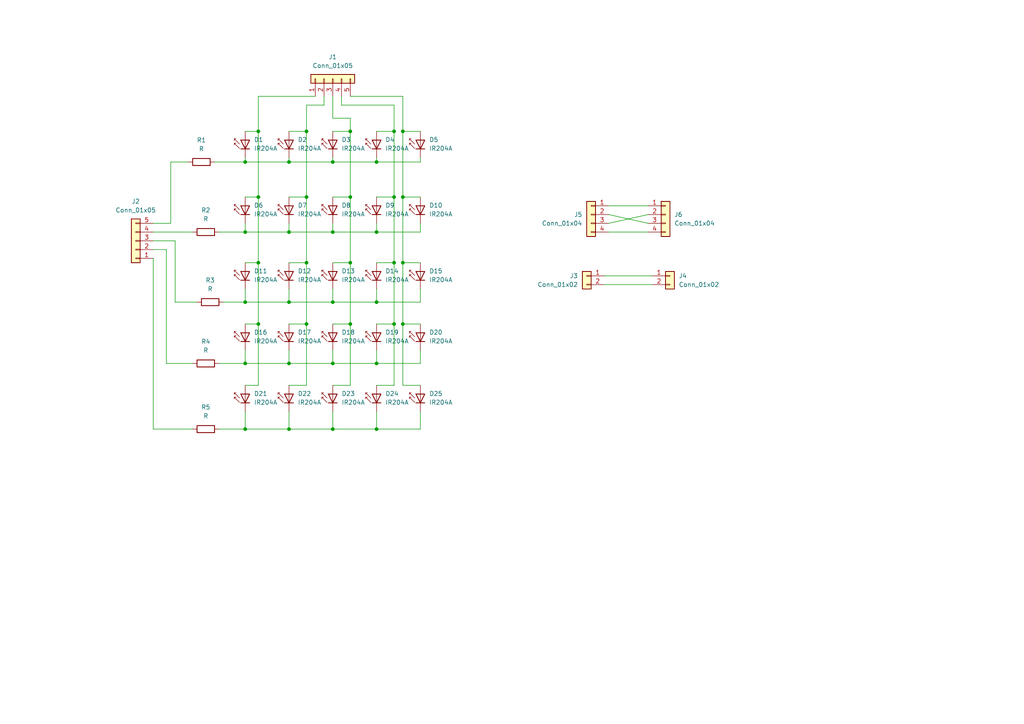
<source format=kicad_sch>
(kicad_sch (version 20231120) (generator "eeschema") (generator_version "8.0")
  (paper "A4")
  (lib_symbols
    (symbol "Connector_Generic:Conn_01x02" (pin_names (offset 1.016) hide)
      (property "Reference" "J" (at 0 2.54 0))
      (property "Value" "Conn_01x02" (at 0 -5.08 0))
      (symbol "Conn_01x02_1_1"
        (rectangle (start -1.27 -2.413) (end 0 -2.667) (stroke (width 0.1524)))
        (rectangle (start -1.27 0.127) (end 0 -0.127) (stroke (width 0.1524)))
        (rectangle (start -1.27 1.27) (end 1.27 -3.81) (stroke (width 0.254)) (fill (type background)))
        (pin passive line (at -5.08 0 0) (length 3.81) (name "Pin_1") (number "1"))
        (pin passive line (at -5.08 -2.54 0) (length 3.81) (name "Pin_2") (number "2"))
      )
    )
    (symbol "Connector_Generic:Conn_01x04" (pin_names (offset 1.016) hide)
      (property "Reference" "J" (at 0 5.08 0))
      (property "Value" "Conn_01x04" (at 0 -7.62 0))
      (symbol "Conn_01x04_1_1"
        (rectangle (start -1.27 -4.953) (end 0 -5.207) (stroke (width 0.1524)))
        (rectangle (start -1.27 -2.413) (end 0 -2.667) (stroke (width 0.1524)))
        (rectangle (start -1.27 0.127) (end 0 -0.127) (stroke (width 0.1524)))
        (rectangle (start -1.27 2.667) (end 0 2.413) (stroke (width 0.1524)))
        (rectangle (start -1.27 3.81) (end 1.27 -6.35) (stroke (width 0.254)) (fill (type background)))
        (pin passive line (at -5.08 2.54 0) (length 3.81) (name "Pin_1") (number "1"))
        (pin passive line (at -5.08 0 0) (length 3.81) (name "Pin_2") (number "2"))
        (pin passive line (at -5.08 -2.54 0) (length 3.81) (name "Pin_3") (number "3"))
        (pin passive line (at -5.08 -5.08 0) (length 3.81) (name "Pin_4") (number "4"))
      )
    )
    (symbol "Connector_Generic:Conn_01x05" (pin_names (offset 1.016) hide)
      (property "Reference" "J" (at 0 7.62 0))
      (property "Value" "Conn_01x05" (at 0 -7.62 0))
      (symbol "Conn_01x05_1_1"
        (rectangle (start -1.27 -4.953) (end 0 -5.207) (stroke (width 0.1524)))
        (rectangle (start -1.27 -2.413) (end 0 -2.667) (stroke (width 0.1524)))
        (rectangle (start -1.27 0.127) (end 0 -0.127) (stroke (width 0.1524)))
        (rectangle (start -1.27 2.667) (end 0 2.413) (stroke (width 0.1524)))
        (rectangle (start -1.27 5.207) (end 0 4.953) (stroke (width 0.1524)))
        (rectangle (start -1.27 6.35) (end 1.27 -6.35) (stroke (width 0.254)) (fill (type background)))
        (pin passive line (at -5.08 5.08 0) (length 3.81) (name "Pin_1") (number "1"))
        (pin passive line (at -5.08 2.54 0) (length 3.81) (name "Pin_2") (number "2"))
        (pin passive line (at -5.08 0 0) (length 3.81) (name "Pin_3") (number "3"))
        (pin passive line (at -5.08 -2.54 0) (length 3.81) (name "Pin_4") (number "4"))
        (pin passive line (at -5.08 -5.08 0) (length 3.81) (name "Pin_5") (number "5"))
      )
    )
    (symbol "Device:R" (pin_numbers hide) (pin_names (offset 0))
      (property "Reference" "R" (at 2.032 0 90))
      (property "Value" "R" (at 0 0 90))
      (symbol "R_0_1"
        (rectangle (start -1.016 -2.54) (end 1.016 2.54) (stroke (width 0.254)))
      )
      (symbol "R_1_1"
        (pin passive line (at 0 3.81 270) (length 1.27) (name "~") (number "1"))
        (pin passive line (at 0 -3.81 90) (length 1.27) (name "~") (number "2"))
      )
    )
    (symbol "LED:IR204A" (pin_numbers hide) (pin_names (offset 1.016) hide)
      (property "Reference" "D" (at 0.508 1.778 0))
      (property "Value" "IR204A" (at -1.016 -2.794 0))
      (symbol "IR204A_0_1"
        (polyline (pts (xy -2.54 1.27) (xy -2.54 -1.27)) (stroke (width 0.254)))
        (polyline (pts (xy 0 0) (xy -2.54 0)))
        (polyline (pts (xy 0.381 3.175) (xy -0.127 3.175)))
        (polyline (pts (xy -1.143 1.651) (xy 0.381 3.175) (xy 0.381 2.667)))
        (polyline (pts (xy 0 1.27) (xy -2.54 0) (xy 0 -1.27) (xy 0 1.27)) (stroke (width 0.254)))
        (polyline (pts (xy -2.413 1.651) (xy -0.889 3.175) (xy -0.889 2.667) (xy -0.889 3.175) (xy -1.397 3.175)))
      )
      (symbol "IR204A_1_1"
        (pin passive line (at -5.08 0 0) (length 2.54) (name "K") (number "1"))
        (pin passive line (at 2.54 0 180) (length 2.54) (name "A") (number "2"))
      )
    )
  )
  (junction (at 71.12 46.99))
  (junction (at 74.93 38.1))
  (junction (at 96.52 105.41))
  (junction (at 116.84 57.15))
  (junction (at 101.6 93.98))
  (junction (at 83.82 124.46))
  (junction (at 114.3 38.1))
  (junction (at 96.52 87.63))
  (junction (at 83.82 67.31))
  (junction (at 109.22 105.41))
  (junction (at 88.9 38.1))
  (junction (at 88.9 76.2))
  (junction (at 96.52 124.46))
  (junction (at 109.22 124.46))
  (junction (at 116.84 76.2))
  (junction (at 74.93 93.98))
  (junction (at 109.22 46.99))
  (junction (at 88.9 57.15))
  (junction (at 71.12 105.41))
  (junction (at 109.22 67.31))
  (junction (at 88.9 93.98))
  (junction (at 71.12 87.63))
  (junction (at 83.82 105.41))
  (junction (at 71.12 124.46))
  (junction (at 116.84 93.98))
  (junction (at 114.3 57.15))
  (junction (at 74.93 57.15))
  (junction (at 116.84 38.1))
  (junction (at 74.93 76.2))
  (junction (at 96.52 67.31))
  (junction (at 109.22 87.63))
  (junction (at 101.6 76.2))
  (junction (at 83.82 87.63))
  (junction (at 101.6 57.15))
  (junction (at 114.3 76.2))
  (junction (at 96.52 46.99))
  (junction (at 71.12 67.31))
  (junction (at 83.82 46.99))
  (junction (at 114.3 93.98))
  (junction (at 101.6 38.1))
  (wire (pts (xy 114.3 30.48) (xy 114.3 38.1)))
  (wire (pts (xy 96.52 119.38) (xy 96.52 124.46)))
  (wire (pts (xy 71.12 101.6) (xy 71.12 105.41)))
  (wire (pts (xy 114.3 38.1) (xy 114.3 57.15)))
  (wire (pts (xy 109.22 45.72) (xy 109.22 46.99)))
  (wire (pts (xy 71.12 87.63) (xy 83.82 87.63)))
  (wire (pts (xy 44.45 69.85) (xy 50.8 69.85)))
  (wire (pts (xy 71.12 105.41) (xy 83.82 105.41)))
  (wire (pts (xy 114.3 76.2) (xy 114.3 93.98)))
  (wire (pts (xy 64.77 87.63) (xy 71.12 87.63)))
  (wire (pts (xy 71.12 83.82) (xy 71.12 87.63)))
  (wire (pts (xy 83.82 46.99) (xy 96.52 46.99)))
  (wire (pts (xy 74.93 57.15) (xy 74.93 76.2)))
  (wire (pts (xy 109.22 111.76) (xy 114.3 111.76)))
  (wire (pts (xy 71.12 67.31) (xy 83.82 67.31)))
  (wire (pts (xy 48.26 72.39) (xy 48.26 105.41)))
  (wire (pts (xy 63.5 124.46) (xy 71.12 124.46)))
  (wire (pts (xy 88.9 111.76) (xy 83.82 111.76)))
  (wire (pts (xy 114.3 93.98) (xy 114.3 111.76)))
  (wire (pts (xy 83.82 124.46) (xy 96.52 124.46)))
  (wire (pts (xy 116.84 38.1) (xy 116.84 57.15)))
  (wire (pts (xy 109.22 38.1) (xy 114.3 38.1)))
  (wire (pts (xy 109.22 87.63) (xy 121.92 87.63)))
  (wire (pts (xy 96.52 87.63) (xy 109.22 87.63)))
  (wire (pts (xy 71.12 124.46) (xy 83.82 124.46)))
  (wire (pts (xy 50.8 87.63) (xy 57.15 87.63)))
  (wire (pts (xy 121.92 64.77) (xy 121.92 67.31)))
  (wire (pts (xy 88.9 57.15) (xy 88.9 76.2)))
  (wire (pts (xy 88.9 30.48) (xy 88.9 38.1)))
  (wire (pts (xy 96.52 46.99) (xy 109.22 46.99)))
  (wire (pts (xy 96.52 67.31) (xy 109.22 67.31)))
  (wire (pts (xy 101.6 111.76) (xy 96.52 111.76)))
  (wire (pts (xy 74.93 93.98) (xy 74.93 111.76)))
  (wire (pts (xy 74.93 38.1) (xy 74.93 57.15)))
  (wire (pts (xy 83.82 57.15) (xy 88.9 57.15)))
  (wire (pts (xy 44.45 67.31) (xy 55.88 67.31)))
  (wire (pts (xy 109.22 105.41) (xy 121.92 105.41)))
  (wire (pts (xy 101.6 27.94) (xy 116.84 27.94)))
  (wire (pts (xy 121.92 83.82) (xy 121.92 87.63)))
  (wire (pts (xy 176.53 59.69) (xy 187.96 59.69)))
  (wire (pts (xy 116.84 76.2) (xy 121.92 76.2)))
  (wire (pts (xy 83.82 38.1) (xy 88.9 38.1)))
  (wire (pts (xy 88.9 76.2) (xy 88.9 93.98)))
  (wire (pts (xy 83.82 64.77) (xy 83.82 67.31)))
  (wire (pts (xy 101.6 34.29) (xy 101.6 38.1)))
  (wire (pts (xy 99.06 27.94) (xy 99.06 30.48)))
  (wire (pts (xy 109.22 67.31) (xy 121.92 67.31)))
  (wire (pts (xy 83.82 119.38) (xy 83.82 124.46)))
  (wire (pts (xy 96.52 45.72) (xy 96.52 46.99)))
  (wire (pts (xy 83.82 76.2) (xy 88.9 76.2)))
  (wire (pts (xy 71.12 64.77) (xy 71.12 67.31)))
  (wire (pts (xy 96.52 57.15) (xy 101.6 57.15)))
  (wire (pts (xy 116.84 76.2) (xy 116.84 93.98)))
  (wire (pts (xy 109.22 64.77) (xy 109.22 67.31)))
  (wire (pts (xy 96.52 38.1) (xy 101.6 38.1)))
  (wire (pts (xy 44.45 64.77) (xy 49.53 64.77)))
  (wire (pts (xy 101.6 38.1) (xy 101.6 57.15)))
  (wire (pts (xy 175.26 82.55) (xy 189.23 82.55)))
  (wire (pts (xy 96.52 93.98) (xy 101.6 93.98)))
  (wire (pts (xy 83.82 105.41) (xy 96.52 105.41)))
  (wire (pts (xy 71.12 38.1) (xy 74.93 38.1)))
  (wire (pts (xy 83.82 45.72) (xy 83.82 46.99)))
  (wire (pts (xy 91.44 27.94) (xy 74.93 27.94)))
  (wire (pts (xy 44.45 72.39) (xy 48.26 72.39)))
  (wire (pts (xy 116.84 93.98) (xy 116.84 111.76)))
  (wire (pts (xy 101.6 57.15) (xy 101.6 76.2)))
  (wire (pts (xy 96.52 34.29) (xy 101.6 34.29)))
  (wire (pts (xy 99.06 30.48) (xy 114.3 30.48)))
  (wire (pts (xy 116.84 57.15) (xy 121.92 57.15)))
  (wire (pts (xy 121.92 119.38) (xy 121.92 124.46)))
  (wire (pts (xy 48.26 105.41) (xy 55.88 105.41)))
  (wire (pts (xy 114.3 57.15) (xy 114.3 76.2)))
  (wire (pts (xy 109.22 93.98) (xy 114.3 93.98)))
  (wire (pts (xy 109.22 76.2) (xy 114.3 76.2)))
  (wire (pts (xy 83.82 101.6) (xy 83.82 105.41)))
  (wire (pts (xy 175.26 80.01) (xy 189.23 80.01)))
  (wire (pts (xy 71.12 45.72) (xy 71.12 46.99)))
  (wire (pts (xy 71.12 93.98) (xy 74.93 93.98)))
  (wire (pts (xy 93.98 30.48) (xy 88.9 30.48)))
  (wire (pts (xy 96.52 101.6) (xy 96.52 105.41)))
  (wire (pts (xy 83.82 93.98) (xy 88.9 93.98)))
  (wire (pts (xy 109.22 124.46) (xy 121.92 124.46)))
  (wire (pts (xy 96.52 27.94) (xy 96.52 34.29)))
  (wire (pts (xy 96.52 83.82) (xy 96.52 87.63)))
  (wire (pts (xy 74.93 27.94) (xy 74.93 38.1)))
  (wire (pts (xy 88.9 38.1) (xy 88.9 57.15)))
  (wire (pts (xy 83.82 87.63) (xy 96.52 87.63)))
  (wire (pts (xy 96.52 124.46) (xy 109.22 124.46)))
  (wire (pts (xy 176.53 67.31) (xy 187.96 67.31)))
  (wire (pts (xy 116.84 38.1) (xy 121.92 38.1)))
  (wire (pts (xy 101.6 93.98) (xy 101.6 111.76)))
  (wire (pts (xy 63.5 67.31) (xy 71.12 67.31)))
  (wire (pts (xy 116.84 93.98) (xy 121.92 93.98)))
  (wire (pts (xy 121.92 45.72) (xy 121.92 46.99)))
  (wire (pts (xy 93.98 27.94) (xy 93.98 30.48)))
  (wire (pts (xy 83.82 83.82) (xy 83.82 87.63)))
  (wire (pts (xy 44.45 74.93) (xy 44.45 124.46)))
  (wire (pts (xy 71.12 76.2) (xy 74.93 76.2)))
  (wire (pts (xy 71.12 57.15) (xy 74.93 57.15)))
  (wire (pts (xy 109.22 101.6) (xy 109.22 105.41)))
  (wire (pts (xy 116.84 111.76) (xy 121.92 111.76)))
  (wire (pts (xy 50.8 69.85) (xy 50.8 87.63)))
  (wire (pts (xy 49.53 46.99) (xy 54.61 46.99)))
  (wire (pts (xy 44.45 124.46) (xy 55.88 124.46)))
  (wire (pts (xy 116.84 57.15) (xy 116.84 76.2)))
  (wire (pts (xy 109.22 46.99) (xy 121.92 46.99)))
  (wire (pts (xy 96.52 76.2) (xy 101.6 76.2)))
  (wire (pts (xy 96.52 105.41) (xy 109.22 105.41)))
  (wire (pts (xy 83.82 67.31) (xy 96.52 67.31)))
  (wire (pts (xy 101.6 76.2) (xy 101.6 93.98)))
  (wire (pts (xy 109.22 57.15) (xy 114.3 57.15)))
  (wire (pts (xy 63.5 105.41) (xy 71.12 105.41)))
  (wire (pts (xy 62.23 46.99) (xy 71.12 46.99)))
  (wire (pts (xy 109.22 83.82) (xy 109.22 87.63)))
  (wire (pts (xy 71.12 119.38) (xy 71.12 124.46)))
  (wire (pts (xy 109.22 119.38) (xy 109.22 124.46)))
  (wire (pts (xy 116.84 27.94) (xy 116.84 38.1)))
  (wire (pts (xy 71.12 46.99) (xy 83.82 46.99)))
  (wire (pts (xy 176.53 64.77) (xy 187.96 62.23)))
  (wire (pts (xy 96.52 64.77) (xy 96.52 67.31)))
  (wire (pts (xy 49.53 64.77) (xy 49.53 46.99)))
  (wire (pts (xy 74.93 111.76) (xy 71.12 111.76)))
  (wire (pts (xy 121.92 101.6) (xy 121.92 105.41)))
  (wire (pts (xy 176.53 62.23) (xy 187.96 64.77)))
  (wire (pts (xy 74.93 76.2) (xy 74.93 93.98)))
  (wire (pts (xy 88.9 93.98) (xy 88.9 111.76)))
  (symbol (lib_id "LED:IR204A") (at 83.82 78.74 90) (unit 1)
    (property "Reference" "D12" (at 86.36 78.6129 90) (effects (justify right)))
    (property "Value" "IR204A" (at 86.36 81.1529 90) (effects (justify right)))
    (property "Footprint" "LED_THT:LED_D3.0mm_IRBlack" (effects (hide yes)))
    (property "Datasheet" "http://www.everlight.com/file/ProductFile/IR204-A.pdf" (effects (hide yes)))
    (property "Description" "Infrared LED , 3mm LED package" (effects (hide yes)))
  )
  (symbol (lib_id "LED:IR204A") (at 121.92 114.3 90) (unit 1)
    (property "Reference" "D25" (at 124.46 114.1729 90) (effects (justify right)))
    (property "Value" "IR204A" (at 124.46 116.7129 90) (effects (justify right)))
    (property "Footprint" "LED_THT:LED_D3.0mm_IRBlack" (effects (hide yes)))
    (property "Datasheet" "http://www.everlight.com/file/ProductFile/IR204-A.pdf" (effects (hide yes)))
    (property "Description" "Infrared LED , 3mm LED package" (effects (hide yes)))
  )
  (symbol (lib_id "LED:IR204A") (at 71.12 59.69 90) (unit 1)
    (property "Reference" "D6" (at 73.66 59.5629 90) (effects (justify right)))
    (property "Value" "IR204A" (at 73.66 62.1029 90) (effects (justify right)))
    (property "Footprint" "LED_THT:LED_D3.0mm_IRBlack" (effects (hide yes)))
    (property "Datasheet" "http://www.everlight.com/file/ProductFile/IR204-A.pdf" (effects (hide yes)))
    (property "Description" "Infrared LED , 3mm LED package" (effects (hide yes)))
  )
  (symbol (lib_id "Connector_Generic:Conn_01x05") (at 39.37 69.85 180) (unit 1)
    (property "Reference" "J2" (at 39.37 58.42 0))
    (property "Value" "Conn_01x05" (at 39.37 60.96 0))
    (property "Footprint" "Connector_PinHeader_2.54mm:PinHeader_1x05_P2.54mm_Vertical" (effects (hide yes)))
    (property "Description" "Generic connector, single row, 01x05, script generated (kicad-library-utils/schlib/autogen/connector/)" (effects (hide yes)))
  )
  (symbol (lib_id "LED:IR204A") (at 121.92 96.52 90) (unit 1)
    (property "Reference" "D20" (at 124.46 96.3929 90) (effects (justify right)))
    (property "Value" "IR204A" (at 124.46 98.9329 90) (effects (justify right)))
    (property "Footprint" "LED_THT:LED_D3.0mm_IRBlack" (effects (hide yes)))
    (property "Datasheet" "http://www.everlight.com/file/ProductFile/IR204-A.pdf" (effects (hide yes)))
    (property "Description" "Infrared LED , 3mm LED package" (effects (hide yes)))
  )
  (symbol (lib_id "LED:IR204A") (at 71.12 114.3 90) (unit 1)
    (property "Reference" "D21" (at 73.66 114.1729 90) (effects (justify right)))
    (property "Value" "IR204A" (at 73.66 116.7129 90) (effects (justify right)))
    (property "Footprint" "LED_THT:LED_D3.0mm_IRBlack" (effects (hide yes)))
    (property "Datasheet" "http://www.everlight.com/file/ProductFile/IR204-A.pdf" (effects (hide yes)))
    (property "Description" "Infrared LED , 3mm LED package" (effects (hide yes)))
  )
  (symbol (lib_id "Connector_Generic:Conn_01x04") (at 193.04 62.23 0) (unit 1)
    (property "Reference" "J6" (at 195.58 62.2299 0) (effects (justify left)))
    (property "Value" "Conn_01x04" (at 195.58 64.7699 0) (effects (justify left)))
    (property "Footprint" "Connector_JST:JST_GH_BM04B-GHS-TBT_1x04-1MP_P1.25mm_Vertical" (effects (hide yes)))
    (property "Description" "Generic connector, single row, 01x04, script generated (kicad-library-utils/schlib/autogen/connector/)" (effects (hide yes)))
  )
  (symbol (lib_id "LED:IR204A") (at 83.82 59.69 90) (unit 1)
    (property "Reference" "D7" (at 86.36 59.5629 90) (effects (justify right)))
    (property "Value" "IR204A" (at 86.36 62.1029 90) (effects (justify right)))
    (property "Footprint" "LED_THT:LED_D3.0mm_IRBlack" (effects (hide yes)))
    (property "Datasheet" "http://www.everlight.com/file/ProductFile/IR204-A.pdf" (effects (hide yes)))
    (property "Description" "Infrared LED , 3mm LED package" (effects (hide yes)))
  )
  (symbol (lib_id "LED:IR204A") (at 96.52 59.69 90) (unit 1)
    (property "Reference" "D8" (at 99.06 59.5629 90) (effects (justify right)))
    (property "Value" "IR204A" (at 99.06 62.1029 90) (effects (justify right)))
    (property "Footprint" "LED_THT:LED_D3.0mm_IRBlack" (effects (hide yes)))
    (property "Datasheet" "http://www.everlight.com/file/ProductFile/IR204-A.pdf" (effects (hide yes)))
    (property "Description" "Infrared LED , 3mm LED package" (effects (hide yes)))
  )
  (symbol (lib_id "Connector_Generic:Conn_01x04") (at 171.45 62.23 0) (mirror y) (unit 1)
    (property "Reference" "J5" (at 168.91 62.2299 0) (effects (justify left)))
    (property "Value" "Conn_01x04" (at 168.91 64.7699 0) (effects (justify left)))
    (property "Footprint" "Connector_JST:JST_GH_BM04B-GHS-TBT_1x04-1MP_P1.25mm_Vertical" (effects (hide yes)))
    (property "Description" "Generic connector, single row, 01x04, script generated (kicad-library-utils/schlib/autogen/connector/)" (effects (hide yes)))
  )
  (symbol (lib_id "Connector_Generic:Conn_01x02") (at 194.31 80.01 0) (unit 1)
    (property "Reference" "J4" (at 196.85 80.0099 0) (effects (justify left)))
    (property "Value" "Conn_01x02" (at 196.85 82.5499 0) (effects (justify left)))
    (property "Footprint" "Connector_JST:JST_GH_BM02B-GHS-TBT_1x02-1MP_P1.25mm_Vertical" (effects (hide yes)))
    (property "Description" "Generic connector, single row, 01x02, script generated (kicad-library-utils/schlib/autogen/connector/)" (effects (hide yes)))
  )
  (symbol (lib_id "LED:IR204A") (at 96.52 114.3 90) (unit 1)
    (property "Reference" "D23" (at 99.06 114.1729 90) (effects (justify right)))
    (property "Value" "IR204A" (at 99.06 116.7129 90) (effects (justify right)))
    (property "Footprint" "LED_THT:LED_D3.0mm_IRBlack" (effects (hide yes)))
    (property "Datasheet" "http://www.everlight.com/file/ProductFile/IR204-A.pdf" (effects (hide yes)))
    (property "Description" "Infrared LED , 3mm LED package" (effects (hide yes)))
  )
  (symbol (lib_id "LED:IR204A") (at 109.22 40.64 90) (unit 1)
    (property "Reference" "D4" (at 111.76 40.5129 90) (effects (justify right)))
    (property "Value" "IR204A" (at 111.76 43.0529 90) (effects (justify right)))
    (property "Footprint" "LED_THT:LED_D3.0mm_IRBlack" (effects (hide yes)))
    (property "Datasheet" "http://www.everlight.com/file/ProductFile/IR204-A.pdf" (effects (hide yes)))
    (property "Description" "Infrared LED , 3mm LED package" (effects (hide yes)))
  )
  (symbol (lib_id "LED:IR204A") (at 71.12 96.52 90) (unit 1)
    (property "Reference" "D16" (at 73.66 96.3929 90) (effects (justify right)))
    (property "Value" "IR204A" (at 73.66 98.9329 90) (effects (justify right)))
    (property "Footprint" "LED_THT:LED_D3.0mm_IRBlack" (effects (hide yes)))
    (property "Datasheet" "http://www.everlight.com/file/ProductFile/IR204-A.pdf" (effects (hide yes)))
    (property "Description" "Infrared LED , 3mm LED package" (effects (hide yes)))
  )
  (symbol (lib_id "Device:R") (at 60.96 87.63 90) (unit 1)
    (property "Reference" "R3" (at 60.96 81.28 90))
    (property "Value" "R" (at 60.96 83.82 90))
    (property "Footprint" "Resistor_THT:R_Axial_DIN0207_L6.3mm_D2.5mm_P7.62mm_Horizontal" (effects (hide yes)))
    (property "Description" "Resistor" (effects (hide yes)))
  )
  (symbol (lib_id "LED:IR204A") (at 83.82 40.64 90) (unit 1)
    (property "Reference" "D2" (at 86.36 40.5129 90) (effects (justify right)))
    (property "Value" "IR204A" (at 86.36 43.0529 90) (effects (justify right)))
    (property "Footprint" "LED_THT:LED_D3.0mm_IRBlack" (effects (hide yes)))
    (property "Datasheet" "http://www.everlight.com/file/ProductFile/IR204-A.pdf" (effects (hide yes)))
    (property "Description" "Infrared LED , 3mm LED package" (effects (hide yes)))
  )
  (symbol (lib_id "LED:IR204A") (at 109.22 96.52 90) (unit 1)
    (property "Reference" "D19" (at 111.76 96.3929 90) (effects (justify right)))
    (property "Value" "IR204A" (at 111.76 98.9329 90) (effects (justify right)))
    (property "Footprint" "LED_THT:LED_D3.0mm_IRBlack" (effects (hide yes)))
    (property "Datasheet" "http://www.everlight.com/file/ProductFile/IR204-A.pdf" (effects (hide yes)))
    (property "Description" "Infrared LED , 3mm LED package" (effects (hide yes)))
  )
  (symbol (lib_id "LED:IR204A") (at 109.22 78.74 90) (unit 1)
    (property "Reference" "D14" (at 111.76 78.6129 90) (effects (justify right)))
    (property "Value" "IR204A" (at 111.76 81.1529 90) (effects (justify right)))
    (property "Footprint" "LED_THT:LED_D3.0mm_IRBlack" (effects (hide yes)))
    (property "Datasheet" "http://www.everlight.com/file/ProductFile/IR204-A.pdf" (effects (hide yes)))
    (property "Description" "Infrared LED , 3mm LED package" (effects (hide yes)))
  )
  (symbol (lib_id "Connector_Generic:Conn_01x05") (at 96.52 22.86 90) (unit 1)
    (property "Reference" "J1" (at 96.52 16.51 90))
    (property "Value" "Conn_01x05" (at 96.52 19.05 90))
    (property "Footprint" "Connector_PinHeader_2.54mm:PinHeader_1x05_P2.54mm_Vertical" (effects (hide yes)))
    (property "Description" "Generic connector, single row, 01x05, script generated (kicad-library-utils/schlib/autogen/connector/)" (effects (hide yes)))
  )
  (symbol (lib_id "LED:IR204A") (at 96.52 40.64 90) (unit 1)
    (property "Reference" "D3" (at 99.06 40.5129 90) (effects (justify right)))
    (property "Value" "IR204A" (at 99.06 43.0529 90) (effects (justify right)))
    (property "Footprint" "LED_THT:LED_D3.0mm_IRBlack" (effects (hide yes)))
    (property "Datasheet" "http://www.everlight.com/file/ProductFile/IR204-A.pdf" (effects (hide yes)))
    (property "Description" "Infrared LED , 3mm LED package" (effects (hide yes)))
  )
  (symbol (lib_id "LED:IR204A") (at 121.92 78.74 90) (unit 1)
    (property "Reference" "D15" (at 124.46 78.6129 90) (effects (justify right)))
    (property "Value" "IR204A" (at 124.46 81.1529 90) (effects (justify right)))
    (property "Footprint" "LED_THT:LED_D3.0mm_IRBlack" (effects (hide yes)))
    (property "Datasheet" "http://www.everlight.com/file/ProductFile/IR204-A.pdf" (effects (hide yes)))
    (property "Description" "Infrared LED , 3mm LED package" (effects (hide yes)))
  )
  (symbol (lib_id "LED:IR204A") (at 109.22 114.3 90) (unit 1)
    (property "Reference" "D24" (at 111.76 114.1729 90) (effects (justify right)))
    (property "Value" "IR204A" (at 111.76 116.7129 90) (effects (justify right)))
    (property "Footprint" "LED_THT:LED_D3.0mm_IRBlack" (effects (hide yes)))
    (property "Datasheet" "http://www.everlight.com/file/ProductFile/IR204-A.pdf" (effects (hide yes)))
    (property "Description" "Infrared LED , 3mm LED package" (effects (hide yes)))
  )
  (symbol (lib_id "LED:IR204A") (at 71.12 40.64 90) (unit 1)
    (property "Reference" "D1" (at 73.66 40.5129 90) (effects (justify right)))
    (property "Value" "IR204A" (at 73.66 43.0529 90) (effects (justify right)))
    (property "Footprint" "LED_THT:LED_D3.0mm_IRBlack" (effects (hide yes)))
    (property "Datasheet" "http://www.everlight.com/file/ProductFile/IR204-A.pdf" (effects (hide yes)))
    (property "Description" "Infrared LED , 3mm LED package" (effects (hide yes)))
  )
  (symbol (lib_id "Device:R") (at 59.69 67.31 90) (unit 1)
    (property "Reference" "R2" (at 59.69 60.96 90))
    (property "Value" "R" (at 59.69 63.5 90))
    (property "Footprint" "Resistor_THT:R_Axial_DIN0207_L6.3mm_D2.5mm_P7.62mm_Horizontal" (effects (hide yes)))
    (property "Description" "Resistor" (effects (hide yes)))
  )
  (symbol (lib_id "LED:IR204A") (at 121.92 59.69 90) (unit 1)
    (property "Reference" "D10" (at 124.46 59.5629 90) (effects (justify right)))
    (property "Value" "IR204A" (at 124.46 62.1029 90) (effects (justify right)))
    (property "Footprint" "LED_THT:LED_D3.0mm_IRBlack" (effects (hide yes)))
    (property "Datasheet" "http://www.everlight.com/file/ProductFile/IR204-A.pdf" (effects (hide yes)))
    (property "Description" "Infrared LED , 3mm LED package" (effects (hide yes)))
  )
  (symbol (lib_id "Connector_Generic:Conn_01x02") (at 170.18 80.01 0) (mirror y) (unit 1)
    (property "Reference" "J3" (at 167.64 80.0099 0) (effects (justify left)))
    (property "Value" "Conn_01x02" (at 167.64 82.5499 0) (effects (justify left)))
    (property "Footprint" "Connector_JST:JST_GH_BM02B-GHS-TBT_1x02-1MP_P1.25mm_Vertical" (effects (hide yes)))
    (property "Description" "Generic connector, single row, 01x02, script generated (kicad-library-utils/schlib/autogen/connector/)" (effects (hide yes)))
  )
  (symbol (lib_id "LED:IR204A") (at 83.82 114.3 90) (unit 1)
    (property "Reference" "D22" (at 86.36 114.1729 90) (effects (justify right)))
    (property "Value" "IR204A" (at 86.36 116.7129 90) (effects (justify right)))
    (property "Footprint" "LED_THT:LED_D3.0mm_IRBlack" (effects (hide yes)))
    (property "Datasheet" "http://www.everlight.com/file/ProductFile/IR204-A.pdf" (effects (hide yes)))
    (property "Description" "Infrared LED , 3mm LED package" (effects (hide yes)))
  )
  (symbol (lib_id "Device:R") (at 58.42 46.99 90) (unit 1)
    (property "Reference" "R1" (at 58.42 40.64 90))
    (property "Value" "R" (at 58.42 43.18 90))
    (property "Footprint" "Resistor_THT:R_Axial_DIN0207_L6.3mm_D2.5mm_P7.62mm_Horizontal" (effects (hide yes)))
    (property "Description" "Resistor" (effects (hide yes)))
  )
  (symbol (lib_id "LED:IR204A") (at 96.52 96.52 90) (unit 1)
    (property "Reference" "D18" (at 99.06 96.3929 90) (effects (justify right)))
    (property "Value" "IR204A" (at 99.06 98.9329 90) (effects (justify right)))
    (property "Footprint" "LED_THT:LED_D3.0mm_IRBlack" (effects (hide yes)))
    (property "Datasheet" "http://www.everlight.com/file/ProductFile/IR204-A.pdf" (effects (hide yes)))
    (property "Description" "Infrared LED , 3mm LED package" (effects (hide yes)))
  )
  (symbol (lib_id "LED:IR204A") (at 109.22 59.69 90) (unit 1)
    (property "Reference" "D9" (at 111.76 59.5629 90) (effects (justify right)))
    (property "Value" "IR204A" (at 111.76 62.1029 90) (effects (justify right)))
    (property "Footprint" "LED_THT:LED_D3.0mm_IRBlack" (effects (hide yes)))
    (property "Datasheet" "http://www.everlight.com/file/ProductFile/IR204-A.pdf" (effects (hide yes)))
    (property "Description" "Infrared LED , 3mm LED package" (effects (hide yes)))
  )
  (symbol (lib_id "LED:IR204A") (at 83.82 96.52 90) (unit 1)
    (property "Reference" "D17" (at 86.36 96.3929 90) (effects (justify right)))
    (property "Value" "IR204A" (at 86.36 98.9329 90) (effects (justify right)))
    (property "Footprint" "LED_THT:LED_D3.0mm_IRBlack" (effects (hide yes)))
    (property "Datasheet" "http://www.everlight.com/file/ProductFile/IR204-A.pdf" (effects (hide yes)))
    (property "Description" "Infrared LED , 3mm LED package" (effects (hide yes)))
  )
  (symbol (lib_id "LED:IR204A") (at 96.52 78.74 90) (unit 1)
    (property "Reference" "D13" (at 99.06 78.6129 90) (effects (justify right)))
    (property "Value" "IR204A" (at 99.06 81.1529 90) (effects (justify right)))
    (property "Footprint" "LED_THT:LED_D3.0mm_IRBlack" (effects (hide yes)))
    (property "Datasheet" "http://www.everlight.com/file/ProductFile/IR204-A.pdf" (effects (hide yes)))
    (property "Description" "Infrared LED , 3mm LED package" (effects (hide yes)))
  )
  (symbol (lib_id "LED:IR204A") (at 121.92 40.64 90) (unit 1)
    (property "Reference" "D5" (at 124.46 40.5129 90) (effects (justify right)))
    (property "Value" "IR204A" (at 124.46 43.0529 90) (effects (justify right)))
    (property "Footprint" "LED_THT:LED_D3.0mm_IRBlack" (effects (hide yes)))
    (property "Datasheet" "http://www.everlight.com/file/ProductFile/IR204-A.pdf" (effects (hide yes)))
    (property "Description" "Infrared LED , 3mm LED package" (effects (hide yes)))
  )
  (symbol (lib_id "Device:R") (at 59.69 105.41 90) (unit 1)
    (property "Reference" "R4" (at 59.69 99.06 90))
    (property "Value" "R" (at 59.69 101.6 90))
    (property "Footprint" "Resistor_THT:R_Axial_DIN0207_L6.3mm_D2.5mm_P7.62mm_Horizontal" (effects (hide yes)))
    (property "Description" "Resistor" (effects (hide yes)))
  )
  (symbol (lib_id "LED:IR204A") (at 71.12 78.74 90) (unit 1)
    (property "Reference" "D11" (at 73.66 78.6129 90) (effects (justify right)))
    (property "Value" "IR204A" (at 73.66 81.1529 90) (effects (justify right)))
    (property "Footprint" "LED_THT:LED_D3.0mm_IRBlack" (effects (hide yes)))
    (property "Datasheet" "http://www.everlight.com/file/ProductFile/IR204-A.pdf" (effects (hide yes)))
    (property "Description" "Infrared LED , 3mm LED package" (effects (hide yes)))
  )
  (symbol (lib_id "Device:R") (at 59.69 124.46 90) (unit 1)
    (property "Reference" "R5" (at 59.69 118.11 90))
    (property "Value" "R" (at 59.69 120.65 90))
    (property "Footprint" "Resistor_THT:R_Axial_DIN0207_L6.3mm_D2.5mm_P7.62mm_Horizontal" (effects (hide yes)))
    (property "Description" "Resistor" (effects (hide yes)))
  )
)
</source>
